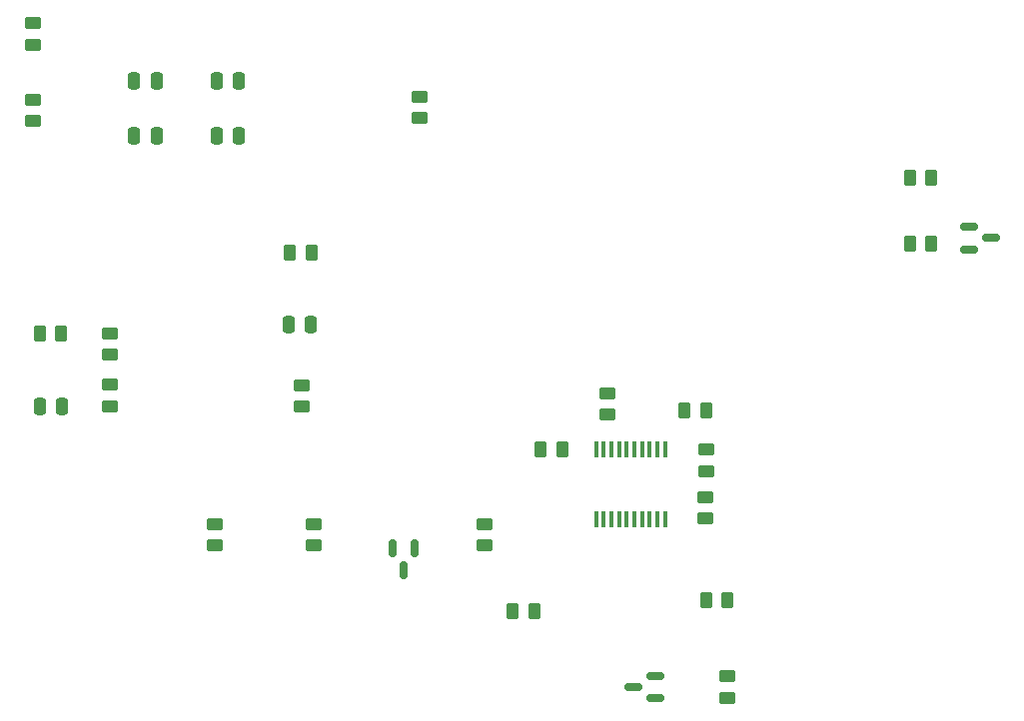
<source format=gbr>
%TF.GenerationSoftware,KiCad,Pcbnew,7.0.6*%
%TF.CreationDate,2023-11-14T23:27:57+05:30*%
%TF.ProjectId,Prometheus v2.0,50726f6d-6574-4686-9575-732076322e30,2.3*%
%TF.SameCoordinates,Original*%
%TF.FileFunction,Paste,Top*%
%TF.FilePolarity,Positive*%
%FSLAX46Y46*%
G04 Gerber Fmt 4.6, Leading zero omitted, Abs format (unit mm)*
G04 Created by KiCad (PCBNEW 7.0.6) date 2023-11-14 23:27:57*
%MOMM*%
%LPD*%
G01*
G04 APERTURE LIST*
G04 Aperture macros list*
%AMRoundRect*
0 Rectangle with rounded corners*
0 $1 Rounding radius*
0 $2 $3 $4 $5 $6 $7 $8 $9 X,Y pos of 4 corners*
0 Add a 4 corners polygon primitive as box body*
4,1,4,$2,$3,$4,$5,$6,$7,$8,$9,$2,$3,0*
0 Add four circle primitives for the rounded corners*
1,1,$1+$1,$2,$3*
1,1,$1+$1,$4,$5*
1,1,$1+$1,$6,$7*
1,1,$1+$1,$8,$9*
0 Add four rect primitives between the rounded corners*
20,1,$1+$1,$2,$3,$4,$5,0*
20,1,$1+$1,$4,$5,$6,$7,0*
20,1,$1+$1,$6,$7,$8,$9,0*
20,1,$1+$1,$8,$9,$2,$3,0*%
G04 Aperture macros list end*
%ADD10RoundRect,0.250000X0.262500X0.450000X-0.262500X0.450000X-0.262500X-0.450000X0.262500X-0.450000X0*%
%ADD11RoundRect,0.250000X-0.262500X-0.450000X0.262500X-0.450000X0.262500X0.450000X-0.262500X0.450000X0*%
%ADD12RoundRect,0.250000X0.450000X-0.262500X0.450000X0.262500X-0.450000X0.262500X-0.450000X-0.262500X0*%
%ADD13RoundRect,0.250000X-0.450000X0.262500X-0.450000X-0.262500X0.450000X-0.262500X0.450000X0.262500X0*%
%ADD14RoundRect,0.250000X-0.250000X-0.475000X0.250000X-0.475000X0.250000X0.475000X-0.250000X0.475000X0*%
%ADD15RoundRect,0.150000X-0.150000X0.587500X-0.150000X-0.587500X0.150000X-0.587500X0.150000X0.587500X0*%
%ADD16RoundRect,0.150000X-0.587500X-0.150000X0.587500X-0.150000X0.587500X0.150000X-0.587500X0.150000X0*%
%ADD17R,0.450000X1.475000*%
%ADD18RoundRect,0.250000X0.250000X0.475000X-0.250000X0.475000X-0.250000X-0.475000X0.250000X-0.475000X0*%
%ADD19RoundRect,0.150000X0.587500X0.150000X-0.587500X0.150000X-0.587500X-0.150000X0.587500X-0.150000X0*%
G04 APERTURE END LIST*
D10*
%TO.C,R11*%
X174410000Y-85071500D03*
X172585000Y-85071500D03*
%TD*%
D11*
%TO.C,R4*%
X98845000Y-92643500D03*
X100670000Y-92643500D03*
%TD*%
D12*
%TO.C,R21*%
X131036000Y-74391000D03*
X131036000Y-72566000D03*
%TD*%
D13*
%TO.C,R16*%
X136530000Y-108808500D03*
X136530000Y-110633500D03*
%TD*%
D14*
%TO.C,C4*%
X113830000Y-75927500D03*
X115730000Y-75927500D03*
%TD*%
%TO.C,C6*%
X119932000Y-91929500D03*
X121832000Y-91929500D03*
%TD*%
D12*
%TO.C,R20*%
X98250000Y-74662500D03*
X98250000Y-72837500D03*
%TD*%
D13*
%TO.C,R2*%
X155298000Y-106531000D03*
X155298000Y-108356000D03*
%TD*%
D15*
%TO.C,Q3*%
X130656000Y-110882500D03*
X128756000Y-110882500D03*
X129706000Y-112757500D03*
%TD*%
D11*
%TO.C,R12*%
X120045000Y-85823500D03*
X121870000Y-85823500D03*
%TD*%
D12*
%TO.C,R14*%
X157140000Y-123546000D03*
X157140000Y-121721000D03*
%TD*%
D10*
%TO.C,R1*%
X155310000Y-99163500D03*
X153485000Y-99163500D03*
%TD*%
D11*
%TO.C,R9*%
X172585000Y-79483500D03*
X174410000Y-79483500D03*
%TD*%
D13*
%TO.C,R8*%
X104814000Y-97009500D03*
X104814000Y-98834500D03*
%TD*%
D11*
%TO.C,R13*%
X155313000Y-115297500D03*
X157138000Y-115297500D03*
%TD*%
D16*
%TO.C,Q1*%
X177615000Y-83613500D03*
X177615000Y-85513500D03*
X179490000Y-84563500D03*
%TD*%
D13*
%TO.C,R19*%
X98250000Y-66337500D03*
X98250000Y-68162500D03*
%TD*%
%TO.C,R6*%
X146978000Y-97724500D03*
X146978000Y-99549500D03*
%TD*%
D14*
%TO.C,C3*%
X98830000Y-98833500D03*
X100730000Y-98833500D03*
%TD*%
D10*
%TO.C,R7*%
X143128000Y-102503500D03*
X141303000Y-102503500D03*
%TD*%
D13*
%TO.C,R18*%
X113704000Y-108797000D03*
X113704000Y-110622000D03*
%TD*%
D14*
%TO.C,C5*%
X113830000Y-71273500D03*
X115730000Y-71273500D03*
%TD*%
D11*
%TO.C,R15*%
X138953500Y-116186500D03*
X140778500Y-116186500D03*
%TD*%
D17*
%TO.C,IC1*%
X151850000Y-102513500D03*
X151200000Y-102513500D03*
X150550000Y-102513500D03*
X149900000Y-102513500D03*
X149250000Y-102513500D03*
X148600000Y-102513500D03*
X147950000Y-102513500D03*
X147300000Y-102513500D03*
X146650000Y-102513500D03*
X146000000Y-102513500D03*
X146000000Y-108389500D03*
X146650000Y-108389500D03*
X147300000Y-108389500D03*
X147950000Y-108389500D03*
X148600000Y-108389500D03*
X149250000Y-108389500D03*
X149900000Y-108389500D03*
X150550000Y-108389500D03*
X151200000Y-108389500D03*
X151850000Y-108389500D03*
%TD*%
D12*
%TO.C,R10*%
X121065000Y-98861000D03*
X121065000Y-97036000D03*
%TD*%
D13*
%TO.C,R17*%
X122086000Y-108797000D03*
X122086000Y-110622000D03*
%TD*%
D12*
%TO.C,R5*%
X155308000Y-104336000D03*
X155308000Y-102511000D03*
%TD*%
D18*
%TO.C,C1*%
X108750000Y-75913500D03*
X106850000Y-75913500D03*
%TD*%
D19*
%TO.C,Q2*%
X151055000Y-123603500D03*
X151055000Y-121703500D03*
X149180000Y-122653500D03*
%TD*%
D18*
%TO.C,C2*%
X108750000Y-71263500D03*
X106850000Y-71263500D03*
%TD*%
D12*
%TO.C,R3*%
X104814000Y-94469500D03*
X104814000Y-92644500D03*
%TD*%
M02*

</source>
